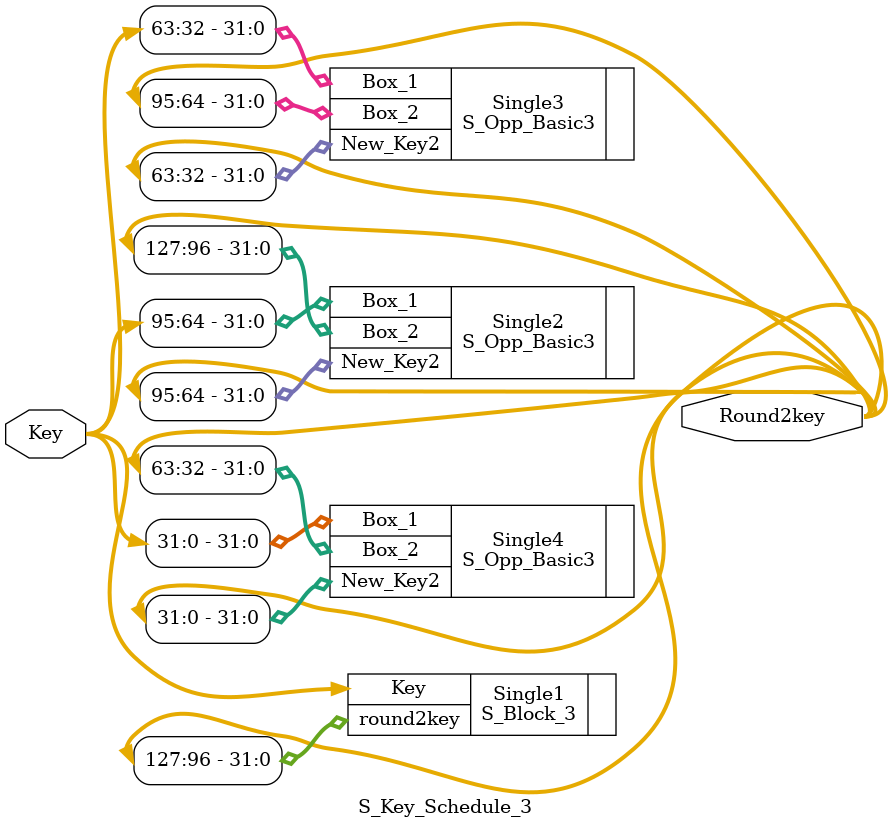
<source format=v>
module S_Key_Schedule_3(Key,Round2key);
  input [127:0]Key;
  output [127:0]Round2key;
  
S_Block_3 Single1 (
                     .Key(Key),                              
                     .round2key(Round2key[127:96])
                   );


S_Opp_Basic3 Single2 (
                       .Box_1(Key[95:64]), 
                       .Box_2(Round2key[127:96]), 
                       .New_Key2(Round2key[95:64])
                      );


S_Opp_Basic3 Single3 (
                       .Box_1(Key[63:32]), 
                       .Box_2(Round2key[95:64]), 
                       .New_Key2(Round2key[63:32])
                      );


S_Opp_Basic3 Single4 (
                       .Box_1(Key[31:0]), 
                       .Box_2(Round2key[63:32]), 
                       .New_Key2(Round2key[31:0])
                      );

endmodule


</source>
